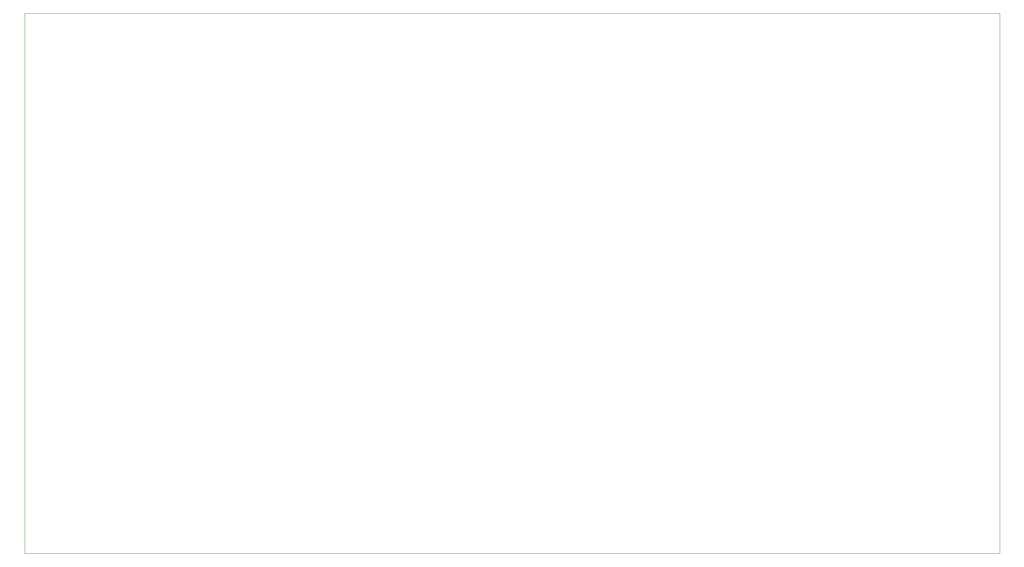
<source format=gbr>
G04 #@! TF.GenerationSoftware,KiCad,Pcbnew,(5.1.6-0)*
G04 #@! TF.CreationDate,2021-07-15T11:48:56+10:00*
G04 #@! TF.ProjectId,EDUC-8 PSU,45445543-2d38-4205-9053-552e6b696361,rev?*
G04 #@! TF.SameCoordinates,Original*
G04 #@! TF.FileFunction,Profile,NP*
%FSLAX46Y46*%
G04 Gerber Fmt 4.6, Leading zero omitted, Abs format (unit mm)*
G04 Created by KiCad (PCBNEW (5.1.6-0)) date 2021-07-15 11:48:56*
%MOMM*%
%LPD*%
G01*
G04 APERTURE LIST*
G04 #@! TA.AperFunction,Profile*
%ADD10C,0.050000*%
G04 #@! TD*
G04 APERTURE END LIST*
D10*
X238760000Y-162560000D02*
X27940000Y-162560000D01*
X238760000Y-45720000D02*
X238760000Y-162560000D01*
X27940000Y-45720000D02*
X238760000Y-45720000D01*
X27940000Y-162560000D02*
X27940000Y-45720000D01*
M02*

</source>
